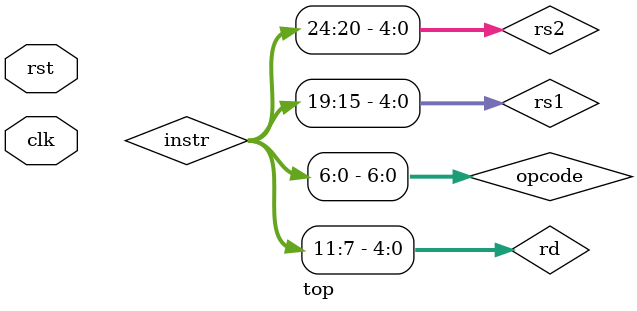
<source format=sv>
`timescale 1ns / 1ps

module top(
input logic clk,
input logic rst
    );
logic [31:0] pc, pc_4, pc_target, pc_next, pc_jal;
logic [31:0] instr;
logic [1:0] ALUOp;
logic RegWrite, ALUSrc, MemtoReg, MemWrite, MemRead;
logic [4:0] rs1, rs2, rd;
logic [31:0] data1, data2, write_data;
logic [31:0] imm_out;

logic [3:0] alu_ctrl;
logic [31:0] alu_in2, alu_in1, alu_result;
logic carry_out, Zero, Overflow, Negative;

logic [6:0] opcode, funct7;
logic [2:0] funct3;

logic [31:0] ram_rword, dataR, wordW;
logic [3:0] mask;
logic not_align,  jump, jalr;
logic [31:0] jump_addr;

logic branch, uimm ,lui;


branch_unit BU (.funct3(funct3),.opcode(opcode),.Zero(Zero),.Negative(Negative),.Overflow(Overflow),.carry_out(carry_out),
    .PCSrc(branch));

assign pc_4 = pc + 4;
assign pc_target = pc + imm_out;
assign pc_jal = (jump || branch ) ? pc_target : pc_4;
assign pc_next = (jalr) ? (alu_result & ~32'd1) : pc_jal;


program_counter PC (.clk(clk), .rst(rst),.pc_next(pc_next), .pc(pc));
    
inst_mem IM (.addr(pc),.instr_out(instr));
    
// partation 
assign opcode = instr[6:0];
assign rd = instr[11:7];
assign funct3 = instr[14:12];
assign rs1 = instr[19:15];
assign rs2 = instr[24:20];
assign funct7 = instr[31:25];
    
main_control CTRL (.opcode(opcode),.ALUOp(ALUOp),.RegWrite(RegWrite),.ALUSrc(ALUSrc),.MemRead(MemRead),.MemWrite(MemWrite),.MemtoReg(MemtoReg),.jump(jump), .jalr(jalr),. uimm(uimm),.lui(lui));
    
reg_file RF (.clk(clk),.rs1(rs1), .rs2(rs2), .rsW(rd), .dataW(write_data),.RegWEn(RegWrite), .data1(data1),.data2(data2));
    
imm_gen IMM (.instr(instr),.opcode(opcode),.imm_out(imm_out));
    
ALU_control ALUCTRL (.funct7(funct7), .finct3(funct3),.ALUOp(ALUOp),.control_sig(alu_ctrl));
    
// Selecting ALU second input
assign alu_in2 = (ALUSrc) ? imm_out : data2;
assign alu_in1 = (uimm) ? pc : data1;   
alu_logic ALU (.a(alu_in1),.b(alu_in2),.alu_op(alu_ctrl),.result(alu_result),.carry_out(carry_out),.Zero(Zero),.Negative(Negative),.Overflow(Overflow));

load_store_format LS (.mem_read (MemRead),.mem_write(MemWrite),.funct3(funct3),.addr(alu_result),.rword(ram_rword),.rs2(data2),      
                .dataR(dataR), .wordW(wordW),.be(mask),.not_align(not_align));
                
data_mem DM (.clk(clk),.rst(rst),.addr(alu_result),.we(MemWrite),.be(mask),.dataWM(wordW),.dataR (ram_rword));
    
assign write_data = jump ? pc_4 :
                    MemtoReg ? dataR  :
                    lui ? imm_out  :
                    alu_result;
    
endmodule

</source>
